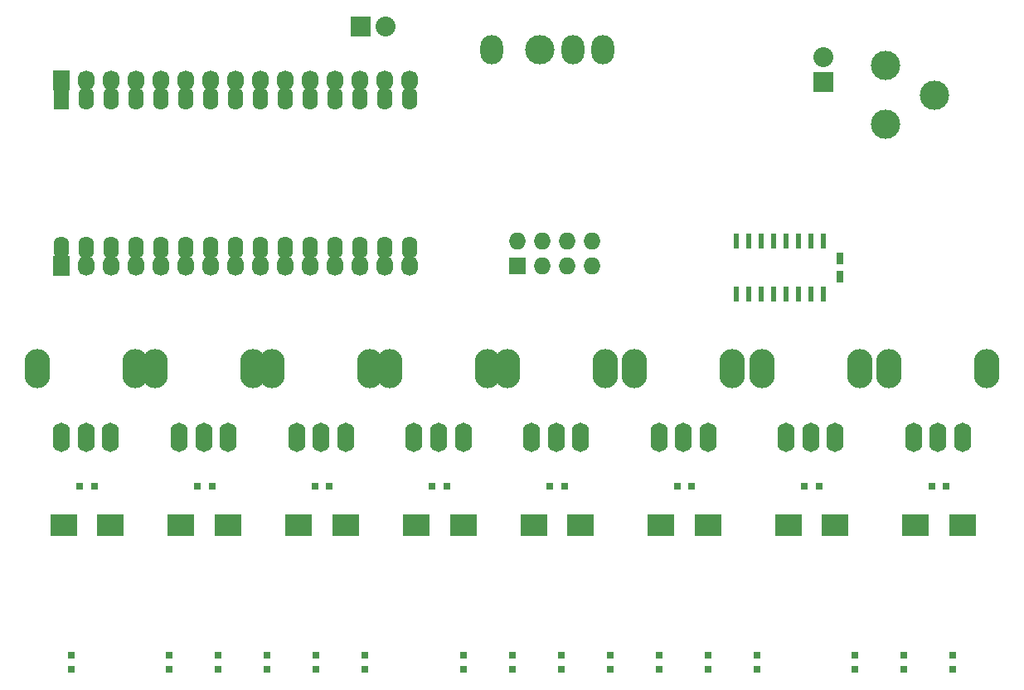
<source format=gts>
G04 #@! TF.FileFunction,Soldermask,Top*
%FSLAX46Y46*%
G04 Gerber Fmt 4.6, Leading zero omitted, Abs format (unit mm)*
G04 Created by KiCad (PCBNEW 4.0.7) date 11/28/17 12:26:15*
%MOMM*%
%LPD*%
G01*
G04 APERTURE LIST*
%ADD10C,0.100000*%
%ADD11R,0.750000X1.200000*%
%ADD12C,3.000000*%
%ADD13R,0.797560X0.797560*%
%ADD14R,2.800000X2.200000*%
%ADD15R,1.574800X2.286000*%
%ADD16O,1.574800X2.286000*%
%ADD17R,0.600000X1.500000*%
%ADD18R,1.727200X1.727200*%
%ADD19O,1.727200X1.727200*%
%ADD20R,1.727200X2.032000*%
%ADD21O,1.727200X2.032000*%
%ADD22R,2.032000X2.032000*%
%ADD23O,2.032000X2.032000*%
%ADD24O,1.750000X3.000000*%
%ADD25O,2.600000X4.000000*%
%ADD26O,2.300000X3.000000*%
G04 APERTURE END LIST*
D10*
D11*
X144480000Y-73710000D03*
X144480000Y-75610000D03*
D12*
X149100000Y-60000000D03*
X149100000Y-54000000D03*
X154100000Y-57000000D03*
D13*
X66000000Y-115749300D03*
X66000000Y-114250700D03*
X76000000Y-115749300D03*
X76000000Y-114250700D03*
X81000000Y-115749300D03*
X81000000Y-114250700D03*
X86000000Y-115749300D03*
X86000000Y-114250700D03*
X91000000Y-115749300D03*
X91000000Y-114250700D03*
X96000000Y-115749300D03*
X96000000Y-114250700D03*
X106000000Y-115749300D03*
X106000000Y-114250700D03*
X111000000Y-115749300D03*
X111000000Y-114250700D03*
X116000000Y-115749300D03*
X116000000Y-114250700D03*
X121000000Y-115749300D03*
X121000000Y-114250700D03*
X126000000Y-115749300D03*
X126000000Y-114250700D03*
X131000000Y-115749300D03*
X131000000Y-114250700D03*
X136000000Y-115749300D03*
X136000000Y-114250700D03*
X146000000Y-115749300D03*
X146000000Y-114250700D03*
X151000000Y-115749300D03*
X151000000Y-114250700D03*
X156000000Y-115749300D03*
X156000000Y-114250700D03*
X68349300Y-97000000D03*
X66850700Y-97000000D03*
X80349300Y-97000000D03*
X78850700Y-97000000D03*
X92349300Y-97000000D03*
X90850700Y-97000000D03*
X104349300Y-97000000D03*
X102850700Y-97000000D03*
X116349300Y-97000000D03*
X114850700Y-97000000D03*
X129349300Y-97000000D03*
X127850700Y-97000000D03*
X142349300Y-97000000D03*
X140850700Y-97000000D03*
X155349300Y-97000000D03*
X153850700Y-97000000D03*
D14*
X70000000Y-101000000D03*
X65200000Y-101000000D03*
X82000000Y-101000000D03*
X77200000Y-101000000D03*
X94000000Y-101000000D03*
X89200000Y-101000000D03*
X106000000Y-101000000D03*
X101200000Y-101000000D03*
X118000000Y-101000000D03*
X113200000Y-101000000D03*
X131000000Y-101000000D03*
X126200000Y-101000000D03*
X144000000Y-101000000D03*
X139200000Y-101000000D03*
X157000000Y-101000000D03*
X152200000Y-101000000D03*
D15*
X65000000Y-57380000D03*
D16*
X67540000Y-57380000D03*
X70080000Y-57380000D03*
X72620000Y-57380000D03*
X75160000Y-57380000D03*
X77700000Y-57380000D03*
X80240000Y-57380000D03*
X82780000Y-57380000D03*
X85320000Y-57380000D03*
X87860000Y-57380000D03*
X90400000Y-57380000D03*
X92940000Y-57380000D03*
X95480000Y-57380000D03*
X98020000Y-57380000D03*
X100560000Y-57380000D03*
X100560000Y-72620000D03*
X98020000Y-72620000D03*
X95480000Y-72620000D03*
X92940000Y-72620000D03*
X90400000Y-72620000D03*
X87860000Y-72620000D03*
X85320000Y-72620000D03*
X82780000Y-72620000D03*
X80240000Y-72620000D03*
X77700000Y-72620000D03*
X75160000Y-72620000D03*
X72620000Y-72620000D03*
X70080000Y-72620000D03*
X67540000Y-72620000D03*
X65000000Y-72620000D03*
D17*
X133895000Y-77380000D03*
X135165000Y-77380000D03*
X136435000Y-77380000D03*
X137705000Y-77380000D03*
X138975000Y-77380000D03*
X140245000Y-77380000D03*
X141515000Y-77380000D03*
X142785000Y-77380000D03*
X142785000Y-71980000D03*
X141515000Y-71980000D03*
X140245000Y-71980000D03*
X138975000Y-71980000D03*
X137705000Y-71980000D03*
X136435000Y-71980000D03*
X135165000Y-71980000D03*
X133895000Y-71980000D03*
D18*
X111500000Y-74500000D03*
D19*
X111500000Y-71960000D03*
X114040000Y-74500000D03*
X114040000Y-71960000D03*
X116580000Y-74500000D03*
X116580000Y-71960000D03*
X119120000Y-74500000D03*
X119120000Y-71960000D03*
D20*
X65000000Y-55500000D03*
D21*
X67540000Y-55500000D03*
X70080000Y-55500000D03*
X72620000Y-55500000D03*
X75160000Y-55500000D03*
X77700000Y-55500000D03*
X80240000Y-55500000D03*
X82780000Y-55500000D03*
X85320000Y-55500000D03*
X87860000Y-55500000D03*
X90400000Y-55500000D03*
X92940000Y-55500000D03*
X95480000Y-55500000D03*
X98020000Y-55500000D03*
X100560000Y-55500000D03*
D20*
X65000000Y-74500000D03*
D21*
X67540000Y-74500000D03*
X70080000Y-74500000D03*
X72620000Y-74500000D03*
X75160000Y-74500000D03*
X77700000Y-74500000D03*
X80240000Y-74500000D03*
X82780000Y-74500000D03*
X85320000Y-74500000D03*
X87860000Y-74500000D03*
X90400000Y-74500000D03*
X92940000Y-74500000D03*
X95480000Y-74500000D03*
X98020000Y-74500000D03*
X100560000Y-74500000D03*
D22*
X95500000Y-50000000D03*
D23*
X98040000Y-50000000D03*
D22*
X142800000Y-55700000D03*
D23*
X142800000Y-53160000D03*
D24*
X65000000Y-92000000D03*
X67500000Y-92000000D03*
X70000000Y-92000000D03*
D25*
X72500000Y-85000000D03*
X62500000Y-85000000D03*
D24*
X77000000Y-92000000D03*
X79500000Y-92000000D03*
X82000000Y-92000000D03*
D25*
X84500000Y-85000000D03*
X74500000Y-85000000D03*
D24*
X89000000Y-92000000D03*
X91500000Y-92000000D03*
X94000000Y-92000000D03*
D25*
X96500000Y-85000000D03*
X86500000Y-85000000D03*
D24*
X101000000Y-92000000D03*
X103500000Y-92000000D03*
X106000000Y-92000000D03*
D25*
X108500000Y-85000000D03*
X98500000Y-85000000D03*
D24*
X113000000Y-92000000D03*
X115500000Y-92000000D03*
X118000000Y-92000000D03*
D25*
X120500000Y-85000000D03*
X110500000Y-85000000D03*
D24*
X126000000Y-92000000D03*
X128500000Y-92000000D03*
X131000000Y-92000000D03*
D25*
X133500000Y-85000000D03*
X123500000Y-85000000D03*
D24*
X139000000Y-92000000D03*
X141500000Y-92000000D03*
X144000000Y-92000000D03*
D25*
X146500000Y-85000000D03*
X136500000Y-85000000D03*
D24*
X152000000Y-92000000D03*
X154500000Y-92000000D03*
X157000000Y-92000000D03*
D25*
X159500000Y-85000000D03*
X149500000Y-85000000D03*
D12*
X113800000Y-52400000D03*
D26*
X120280000Y-52400000D03*
X117180000Y-52400000D03*
X108880000Y-52400000D03*
M02*

</source>
